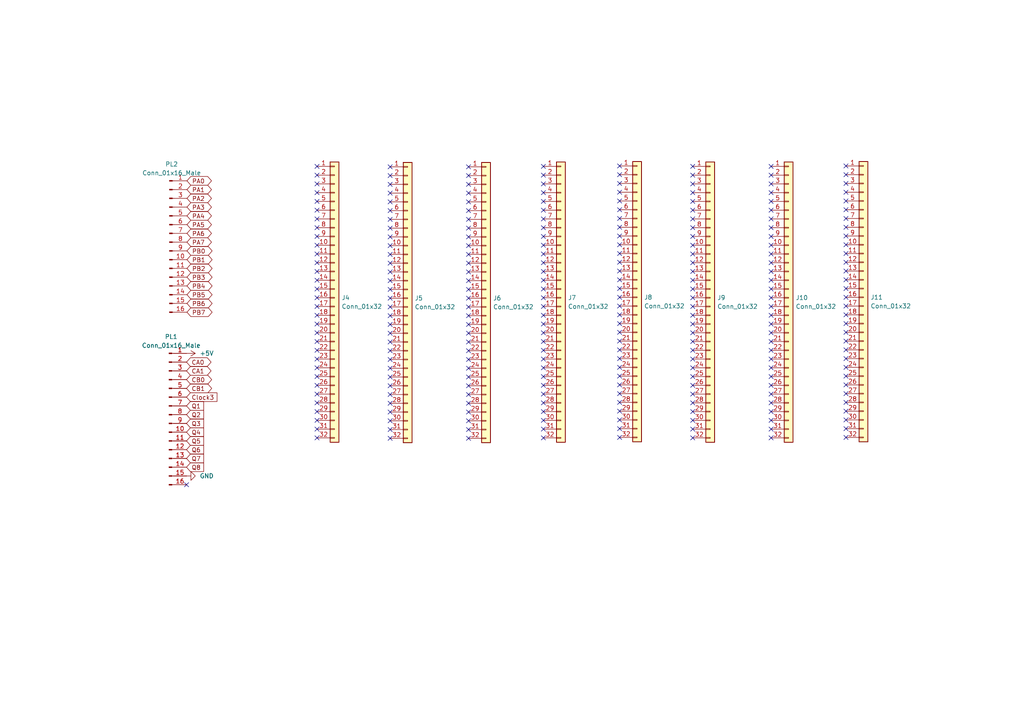
<source format=kicad_sch>
(kicad_sch (version 20211123) (generator eeschema)
  (paper "A4")
  (lib_symbols
    (symbol "Connector:Conn_01x16_Male" (pin_names (offset 1.016) hide)
      (property "Reference" "J" (at 0 20.32 0))
      (property "Value" "Conn_01x16_Male" (at 0 -22.86 0))
      (symbol "Conn_01x16_Male_1_1"
        (polyline (pts (xy 1.27 -20.32) (xy 0.8636 -20.32)) (stroke (width 0.1524)))
        (polyline (pts (xy 1.27 -17.78) (xy 0.8636 -17.78)) (stroke (width 0.1524)))
        (polyline (pts (xy 1.27 -15.24) (xy 0.8636 -15.24)) (stroke (width 0.1524)))
        (polyline (pts (xy 1.27 -12.7) (xy 0.8636 -12.7)) (stroke (width 0.1524)))
        (polyline (pts (xy 1.27 -10.16) (xy 0.8636 -10.16)) (stroke (width 0.1524)))
        (polyline (pts (xy 1.27 -7.62) (xy 0.8636 -7.62)) (stroke (width 0.1524)))
        (polyline (pts (xy 1.27 -5.08) (xy 0.8636 -5.08)) (stroke (width 0.1524)))
        (polyline (pts (xy 1.27 -2.54) (xy 0.8636 -2.54)) (stroke (width 0.1524)))
        (polyline (pts (xy 1.27 0) (xy 0.8636 0)) (stroke (width 0.1524)))
        (polyline (pts (xy 1.27 2.54) (xy 0.8636 2.54)) (stroke (width 0.1524)))
        (polyline (pts (xy 1.27 5.08) (xy 0.8636 5.08)) (stroke (width 0.1524)))
        (polyline (pts (xy 1.27 7.62) (xy 0.8636 7.62)) (stroke (width 0.1524)))
        (polyline (pts (xy 1.27 10.16) (xy 0.8636 10.16)) (stroke (width 0.1524)))
        (polyline (pts (xy 1.27 12.7) (xy 0.8636 12.7)) (stroke (width 0.1524)))
        (polyline (pts (xy 1.27 15.24) (xy 0.8636 15.24)) (stroke (width 0.1524)))
        (polyline (pts (xy 1.27 17.78) (xy 0.8636 17.78)) (stroke (width 0.1524)))
        (rectangle (start 0.8636 -20.193) (end 0 -20.447) (stroke (width 0.1524)) (fill (type outline)))
        (rectangle (start 0.8636 -17.653) (end 0 -17.907) (stroke (width 0.1524)) (fill (type outline)))
        (rectangle (start 0.8636 -15.113) (end 0 -15.367) (stroke (width 0.1524)) (fill (type outline)))
        (rectangle (start 0.8636 -12.573) (end 0 -12.827) (stroke (width 0.1524)) (fill (type outline)))
        (rectangle (start 0.8636 -10.033) (end 0 -10.287) (stroke (width 0.1524)) (fill (type outline)))
        (rectangle (start 0.8636 -7.493) (end 0 -7.747) (stroke (width 0.1524)) (fill (type outline)))
        (rectangle (start 0.8636 -4.953) (end 0 -5.207) (stroke (width 0.1524)) (fill (type outline)))
        (rectangle (start 0.8636 -2.413) (end 0 -2.667) (stroke (width 0.1524)) (fill (type outline)))
        (rectangle (start 0.8636 0.127) (end 0 -0.127) (stroke (width 0.1524)) (fill (type outline)))
        (rectangle (start 0.8636 2.667) (end 0 2.413) (stroke (width 0.1524)) (fill (type outline)))
        (rectangle (start 0.8636 5.207) (end 0 4.953) (stroke (width 0.1524)) (fill (type outline)))
        (rectangle (start 0.8636 7.747) (end 0 7.493) (stroke (width 0.1524)) (fill (type outline)))
        (rectangle (start 0.8636 10.287) (end 0 10.033) (stroke (width 0.1524)) (fill (type outline)))
        (rectangle (start 0.8636 12.827) (end 0 12.573) (stroke (width 0.1524)) (fill (type outline)))
        (rectangle (start 0.8636 15.367) (end 0 15.113) (stroke (width 0.1524)) (fill (type outline)))
        (rectangle (start 0.8636 17.907) (end 0 17.653) (stroke (width 0.1524)) (fill (type outline)))
        (pin passive line (at 5.08 17.78 180) (length 3.81) (name "Pin_1") (number "1"))
        (pin passive line (at 5.08 -5.08 180) (length 3.81) (name "Pin_10") (number "10"))
        (pin passive line (at 5.08 -7.62 180) (length 3.81) (name "Pin_11") (number "11"))
        (pin passive line (at 5.08 -10.16 180) (length 3.81) (name "Pin_12") (number "12"))
        (pin passive line (at 5.08 -12.7 180) (length 3.81) (name "Pin_13") (number "13"))
        (pin passive line (at 5.08 -15.24 180) (length 3.81) (name "Pin_14") (number "14"))
        (pin passive line (at 5.08 -17.78 180) (length 3.81) (name "Pin_15") (number "15"))
        (pin passive line (at 5.08 -20.32 180) (length 3.81) (name "Pin_16") (number "16"))
        (pin passive line (at 5.08 15.24 180) (length 3.81) (name "Pin_2") (number "2"))
        (pin passive line (at 5.08 12.7 180) (length 3.81) (name "Pin_3") (number "3"))
        (pin passive line (at 5.08 10.16 180) (length 3.81) (name "Pin_4") (number "4"))
        (pin passive line (at 5.08 7.62 180) (length 3.81) (name "Pin_5") (number "5"))
        (pin passive line (at 5.08 5.08 180) (length 3.81) (name "Pin_6") (number "6"))
        (pin passive line (at 5.08 2.54 180) (length 3.81) (name "Pin_7") (number "7"))
        (pin passive line (at 5.08 0 180) (length 3.81) (name "Pin_8") (number "8"))
        (pin passive line (at 5.08 -2.54 180) (length 3.81) (name "Pin_9") (number "9"))
      )
    )
    (symbol "Connector_Generic:Conn_01x32" (pin_names (offset 1.016) hide)
      (property "Reference" "J" (at 0 40.64 0))
      (property "Value" "Conn_01x32" (at 0 -43.18 0))
      (symbol "Conn_01x32_1_1"
        (rectangle (start -1.27 -40.513) (end 0 -40.767) (stroke (width 0.1524)))
        (rectangle (start -1.27 -37.973) (end 0 -38.227) (stroke (width 0.1524)))
        (rectangle (start -1.27 -35.433) (end 0 -35.687) (stroke (width 0.1524)))
        (rectangle (start -1.27 -32.893) (end 0 -33.147) (stroke (width 0.1524)))
        (rectangle (start -1.27 -30.353) (end 0 -30.607) (stroke (width 0.1524)))
        (rectangle (start -1.27 -27.813) (end 0 -28.067) (stroke (width 0.1524)))
        (rectangle (start -1.27 -25.273) (end 0 -25.527) (stroke (width 0.1524)))
        (rectangle (start -1.27 -22.733) (end 0 -22.987) (stroke (width 0.1524)))
        (rectangle (start -1.27 -20.193) (end 0 -20.447) (stroke (width 0.1524)))
        (rectangle (start -1.27 -17.653) (end 0 -17.907) (stroke (width 0.1524)))
        (rectangle (start -1.27 -15.113) (end 0 -15.367) (stroke (width 0.1524)))
        (rectangle (start -1.27 -12.573) (end 0 -12.827) (stroke (width 0.1524)))
        (rectangle (start -1.27 -10.033) (end 0 -10.287) (stroke (width 0.1524)))
        (rectangle (start -1.27 -7.493) (end 0 -7.747) (stroke (width 0.1524)))
        (rectangle (start -1.27 -4.953) (end 0 -5.207) (stroke (width 0.1524)))
        (rectangle (start -1.27 -2.413) (end 0 -2.667) (stroke (width 0.1524)))
        (rectangle (start -1.27 0.127) (end 0 -0.127) (stroke (width 0.1524)))
        (rectangle (start -1.27 2.667) (end 0 2.413) (stroke (width 0.1524)))
        (rectangle (start -1.27 5.207) (end 0 4.953) (stroke (width 0.1524)))
        (rectangle (start -1.27 7.747) (end 0 7.493) (stroke (width 0.1524)))
        (rectangle (start -1.27 10.287) (end 0 10.033) (stroke (width 0.1524)))
        (rectangle (start -1.27 12.827) (end 0 12.573) (stroke (width 0.1524)))
        (rectangle (start -1.27 15.367) (end 0 15.113) (stroke (width 0.1524)))
        (rectangle (start -1.27 17.907) (end 0 17.653) (stroke (width 0.1524)))
        (rectangle (start -1.27 20.447) (end 0 20.193) (stroke (width 0.1524)))
        (rectangle (start -1.27 22.987) (end 0 22.733) (stroke (width 0.1524)))
        (rectangle (start -1.27 25.527) (end 0 25.273) (stroke (width 0.1524)))
        (rectangle (start -1.27 28.067) (end 0 27.813) (stroke (width 0.1524)))
        (rectangle (start -1.27 30.607) (end 0 30.353) (stroke (width 0.1524)))
        (rectangle (start -1.27 33.147) (end 0 32.893) (stroke (width 0.1524)))
        (rectangle (start -1.27 35.687) (end 0 35.433) (stroke (width 0.1524)))
        (rectangle (start -1.27 38.227) (end 0 37.973) (stroke (width 0.1524)))
        (rectangle (start -1.27 39.37) (end 1.27 -41.91) (stroke (width 0.254)) (fill (type background)))
        (pin passive line (at -5.08 38.1 0) (length 3.81) (name "Pin_1") (number "1"))
        (pin passive line (at -5.08 15.24 0) (length 3.81) (name "Pin_10") (number "10"))
        (pin passive line (at -5.08 12.7 0) (length 3.81) (name "Pin_11") (number "11"))
        (pin passive line (at -5.08 10.16 0) (length 3.81) (name "Pin_12") (number "12"))
        (pin passive line (at -5.08 7.62 0) (length 3.81) (name "Pin_13") (number "13"))
        (pin passive line (at -5.08 5.08 0) (length 3.81) (name "Pin_14") (number "14"))
        (pin passive line (at -5.08 2.54 0) (length 3.81) (name "Pin_15") (number "15"))
        (pin passive line (at -5.08 0 0) (length 3.81) (name "Pin_16") (number "16"))
        (pin passive line (at -5.08 -2.54 0) (length 3.81) (name "Pin_17") (number "17"))
        (pin passive line (at -5.08 -5.08 0) (length 3.81) (name "Pin_18") (number "18"))
        (pin passive line (at -5.08 -7.62 0) (length 3.81) (name "Pin_19") (number "19"))
        (pin passive line (at -5.08 35.56 0) (length 3.81) (name "Pin_2") (number "2"))
        (pin passive line (at -5.08 -10.16 0) (length 3.81) (name "Pin_20") (number "20"))
        (pin passive line (at -5.08 -12.7 0) (length 3.81) (name "Pin_21") (number "21"))
        (pin passive line (at -5.08 -15.24 0) (length 3.81) (name "Pin_22") (number "22"))
        (pin passive line (at -5.08 -17.78 0) (length 3.81) (name "Pin_23") (number "23"))
        (pin passive line (at -5.08 -20.32 0) (length 3.81) (name "Pin_24") (number "24"))
        (pin passive line (at -5.08 -22.86 0) (length 3.81) (name "Pin_25") (number "25"))
        (pin passive line (at -5.08 -25.4 0) (length 3.81) (name "Pin_26") (number "26"))
        (pin passive line (at -5.08 -27.94 0) (length 3.81) (name "Pin_27") (number "27"))
        (pin passive line (at -5.08 -30.48 0) (length 3.81) (name "Pin_28") (number "28"))
        (pin passive line (at -5.08 -33.02 0) (length 3.81) (name "Pin_29") (number "29"))
        (pin passive line (at -5.08 33.02 0) (length 3.81) (name "Pin_3") (number "3"))
        (pin passive line (at -5.08 -35.56 0) (length 3.81) (name "Pin_30") (number "30"))
        (pin passive line (at -5.08 -38.1 0) (length 3.81) (name "Pin_31") (number "31"))
        (pin passive line (at -5.08 -40.64 0) (length 3.81) (name "Pin_32") (number "32"))
        (pin passive line (at -5.08 30.48 0) (length 3.81) (name "Pin_4") (number "4"))
        (pin passive line (at -5.08 27.94 0) (length 3.81) (name "Pin_5") (number "5"))
        (pin passive line (at -5.08 25.4 0) (length 3.81) (name "Pin_6") (number "6"))
        (pin passive line (at -5.08 22.86 0) (length 3.81) (name "Pin_7") (number "7"))
        (pin passive line (at -5.08 20.32 0) (length 3.81) (name "Pin_8") (number "8"))
        (pin passive line (at -5.08 17.78 0) (length 3.81) (name "Pin_9") (number "9"))
      )
    )
    (symbol "power:+5V" (power) (pin_names (offset 0))
      (property "Value" "+5V" (at 0 3.556 0))
      (symbol "+5V_0_1"
        (polyline (pts (xy -0.762 1.27) (xy 0 2.54)))
        (polyline (pts (xy 0 0) (xy 0 2.54)))
        (polyline (pts (xy 0 2.54) (xy 0.762 1.27)))
      )
      (symbol "+5V_1_1"
        (pin power_in line (at 0 0 90) (length 0) hide (name "+5V") (number "1"))
      )
    )
    (symbol "power:GND" (power) (pin_names (offset 0))
      (property "Value" "GND" (at 0 -3.81 0))
      (symbol "GND_0_1"
        (polyline (pts (xy 0 0) (xy 0 -1.27) (xy 1.27 -1.27) (xy 0 -2.54) (xy -1.27 -1.27) (xy 0 -1.27)))
      )
      (symbol "GND_1_1"
        (pin power_in line (at 0 0 270) (length 0) hide (name "GND") (number "1"))
      )
    )
  )
  (no_connect (at 200.914 99.06))
  (no_connect (at 223.647 88.9))
  (no_connect (at 179.705 119.253))
  (no_connect (at 135.89 89.027))
  (no_connect (at 223.647 78.74))
  (no_connect (at 179.705 126.873))
  (no_connect (at 200.914 119.38))
  (no_connect (at 179.705 48.133))
  (no_connect (at 245.364 114.173))
  (no_connect (at 179.705 96.393))
  (no_connect (at 179.705 91.313))
  (no_connect (at 179.705 124.333))
  (no_connect (at 245.364 104.013))
  (no_connect (at 113.157 96.647))
  (no_connect (at 245.364 121.793))
  (no_connect (at 91.948 73.66))
  (no_connect (at 135.89 86.487))
  (no_connect (at 200.914 104.14))
  (no_connect (at 91.948 68.58))
  (no_connect (at 135.89 91.567))
  (no_connect (at 223.647 119.38))
  (no_connect (at 113.157 58.547))
  (no_connect (at 157.607 63.5))
  (no_connect (at 245.364 86.233))
  (no_connect (at 200.914 66.04))
  (no_connect (at 113.157 78.867))
  (no_connect (at 223.647 60.96))
  (no_connect (at 245.364 58.293))
  (no_connect (at 135.89 61.087))
  (no_connect (at 157.607 116.84))
  (no_connect (at 245.364 106.553))
  (no_connect (at 245.364 88.773))
  (no_connect (at 200.914 101.6))
  (no_connect (at 113.157 66.167))
  (no_connect (at 113.157 50.927))
  (no_connect (at 157.607 86.36))
  (no_connect (at 245.364 91.313))
  (no_connect (at 223.647 121.92))
  (no_connect (at 157.607 119.38))
  (no_connect (at 135.89 99.187))
  (no_connect (at 179.705 58.293))
  (no_connect (at 135.89 106.807))
  (no_connect (at 223.647 111.76))
  (no_connect (at 179.705 111.633))
  (no_connect (at 113.157 53.467))
  (no_connect (at 200.914 68.58))
  (no_connect (at 113.157 124.587))
  (no_connect (at 113.157 83.947))
  (no_connect (at 113.157 68.707))
  (no_connect (at 113.157 91.567))
  (no_connect (at 113.157 86.487))
  (no_connect (at 113.157 119.507))
  (no_connect (at 179.705 68.453))
  (no_connect (at 91.948 124.46))
  (no_connect (at 135.89 127.127))
  (no_connect (at 157.607 106.68))
  (no_connect (at 157.607 96.52))
  (no_connect (at 91.948 55.88))
  (no_connect (at 91.948 53.34))
  (no_connect (at 157.607 83.82))
  (no_connect (at 157.607 66.04))
  (no_connect (at 223.647 101.6))
  (no_connect (at 200.914 116.84))
  (no_connect (at 157.607 99.06))
  (no_connect (at 200.914 109.22))
  (no_connect (at 245.364 68.453))
  (no_connect (at 179.705 101.473))
  (no_connect (at 91.948 76.2))
  (no_connect (at 179.705 76.073))
  (no_connect (at 113.157 99.187))
  (no_connect (at 113.157 71.247))
  (no_connect (at 245.364 124.333))
  (no_connect (at 200.914 50.8))
  (no_connect (at 245.364 76.073))
  (no_connect (at 54.102 140.589))
  (no_connect (at 223.647 71.12))
  (no_connect (at 113.157 104.267))
  (no_connect (at 245.364 116.713))
  (no_connect (at 245.364 83.693))
  (no_connect (at 135.89 119.507))
  (no_connect (at 179.705 93.853))
  (no_connect (at 245.364 93.853))
  (no_connect (at 179.705 114.173))
  (no_connect (at 200.914 73.66))
  (no_connect (at 135.89 81.407))
  (no_connect (at 245.364 101.473))
  (no_connect (at 179.705 50.673))
  (no_connect (at 113.157 56.007))
  (no_connect (at 135.89 71.247))
  (no_connect (at 200.914 91.44))
  (no_connect (at 135.89 73.787))
  (no_connect (at 200.914 93.98))
  (no_connect (at 135.89 104.267))
  (no_connect (at 223.647 93.98))
  (no_connect (at 113.157 111.887))
  (no_connect (at 200.914 58.42))
  (no_connect (at 91.948 104.14))
  (no_connect (at 157.607 93.98))
  (no_connect (at 91.948 48.26))
  (no_connect (at 179.705 73.533))
  (no_connect (at 135.89 96.647))
  (no_connect (at 157.607 104.14))
  (no_connect (at 157.607 68.58))
  (no_connect (at 157.607 58.42))
  (no_connect (at 245.364 55.753))
  (no_connect (at 179.705 98.933))
  (no_connect (at 157.607 78.74))
  (no_connect (at 223.647 116.84))
  (no_connect (at 223.647 91.44))
  (no_connect (at 179.705 121.793))
  (no_connect (at 200.914 78.74))
  (no_connect (at 200.914 106.68))
  (no_connect (at 245.364 81.153))
  (no_connect (at 200.914 60.96))
  (no_connect (at 157.607 71.12))
  (no_connect (at 179.705 83.693))
  (no_connect (at 91.948 106.68))
  (no_connect (at 223.647 109.22))
  (no_connect (at 91.948 81.28))
  (no_connect (at 179.705 116.713))
  (no_connect (at 135.89 78.867))
  (no_connect (at 223.647 66.04))
  (no_connect (at 135.89 58.547))
  (no_connect (at 223.647 63.5))
  (no_connect (at 157.607 76.2))
  (no_connect (at 245.364 60.833))
  (no_connect (at 200.914 48.26))
  (no_connect (at 135.89 94.107))
  (no_connect (at 91.948 66.04))
  (no_connect (at 245.364 73.533))
  (no_connect (at 223.647 58.42))
  (no_connect (at 135.89 114.427))
  (no_connect (at 135.89 53.467))
  (no_connect (at 245.364 65.913))
  (no_connect (at 200.914 71.12))
  (no_connect (at 91.948 114.3))
  (no_connect (at 200.914 76.2))
  (no_connect (at 245.364 78.613))
  (no_connect (at 245.364 109.093))
  (no_connect (at 135.89 101.727))
  (no_connect (at 135.89 109.347))
  (no_connect (at 200.914 96.52))
  (no_connect (at 135.89 68.707))
  (no_connect (at 113.157 76.327))
  (no_connect (at 91.948 109.22))
  (no_connect (at 179.705 53.213))
  (no_connect (at 135.89 50.927))
  (no_connect (at 179.705 81.153))
  (no_connect (at 179.705 106.553))
  (no_connect (at 91.948 78.74))
  (no_connect (at 200.914 55.88))
  (no_connect (at 179.705 55.753))
  (no_connect (at 179.705 78.613))
  (no_connect (at 91.948 86.36))
  (no_connect (at 157.607 114.3))
  (no_connect (at 157.607 124.46))
  (no_connect (at 91.948 116.84))
  (no_connect (at 91.948 127))
  (no_connect (at 223.647 86.36))
  (no_connect (at 135.89 83.947))
  (no_connect (at 200.914 127))
  (no_connect (at 113.157 101.727))
  (no_connect (at 135.89 122.047))
  (no_connect (at 91.948 83.82))
  (no_connect (at 223.647 73.66))
  (no_connect (at 91.948 63.5))
  (no_connect (at 135.89 66.167))
  (no_connect (at 113.157 106.807))
  (no_connect (at 157.607 127))
  (no_connect (at 135.89 111.887))
  (no_connect (at 200.914 121.92))
  (no_connect (at 91.948 119.38))
  (no_connect (at 179.705 60.833))
  (no_connect (at 223.647 50.8))
  (no_connect (at 91.948 101.6))
  (no_connect (at 157.607 73.66))
  (no_connect (at 245.364 70.993))
  (no_connect (at 91.948 111.76))
  (no_connect (at 245.364 50.673))
  (no_connect (at 245.364 48.133))
  (no_connect (at 179.705 63.373))
  (no_connect (at 157.607 91.44))
  (no_connect (at 223.647 68.58))
  (no_connect (at 91.948 71.12))
  (no_connect (at 157.607 53.34))
  (no_connect (at 223.647 106.68))
  (no_connect (at 113.157 61.087))
  (no_connect (at 157.607 81.28))
  (no_connect (at 157.607 101.6))
  (no_connect (at 245.364 119.253))
  (no_connect (at 113.157 63.627))
  (no_connect (at 113.157 73.787))
  (no_connect (at 91.948 91.44))
  (no_connect (at 223.647 81.28))
  (no_connect (at 91.948 96.52))
  (no_connect (at 113.157 122.047))
  (no_connect (at 113.157 48.387))
  (no_connect (at 179.705 86.233))
  (no_connect (at 135.89 116.967))
  (no_connect (at 157.607 109.22))
  (no_connect (at 245.364 126.873))
  (no_connect (at 179.705 104.013))
  (no_connect (at 223.647 99.06))
  (no_connect (at 223.647 53.34))
  (no_connect (at 200.914 81.28))
  (no_connect (at 157.607 50.8))
  (no_connect (at 135.89 48.387))
  (no_connect (at 157.607 48.26))
  (no_connect (at 91.948 93.98))
  (no_connect (at 91.948 99.06))
  (no_connect (at 157.607 88.9))
  (no_connect (at 223.647 96.52))
  (no_connect (at 91.948 60.96))
  (no_connect (at 113.157 127.127))
  (no_connect (at 91.948 121.92))
  (no_connect (at 113.157 109.347))
  (no_connect (at 157.607 55.88))
  (no_connect (at 135.89 63.627))
  (no_connect (at 179.705 65.913))
  (no_connect (at 200.914 111.76))
  (no_connect (at 179.705 88.773))
  (no_connect (at 113.157 114.427))
  (no_connect (at 245.364 96.393))
  (no_connect (at 223.647 127))
  (no_connect (at 223.647 104.14))
  (no_connect (at 200.914 88.9))
  (no_connect (at 91.948 88.9))
  (no_connect (at 179.705 109.093))
  (no_connect (at 200.914 114.3))
  (no_connect (at 113.157 81.407))
  (no_connect (at 200.914 86.36))
  (no_connect (at 223.647 83.82))
  (no_connect (at 200.914 63.5))
  (no_connect (at 179.705 70.993))
  (no_connect (at 223.647 114.3))
  (no_connect (at 245.364 63.373))
  (no_connect (at 157.607 60.96))
  (no_connect (at 200.914 83.82))
  (no_connect (at 200.914 53.34))
  (no_connect (at 135.89 76.327))
  (no_connect (at 113.157 89.027))
  (no_connect (at 223.647 76.2))
  (no_connect (at 135.89 56.007))
  (no_connect (at 223.647 48.26))
  (no_connect (at 113.157 94.107))
  (no_connect (at 91.948 50.8))
  (no_connect (at 223.647 124.46))
  (no_connect (at 157.607 121.92))
  (no_connect (at 245.364 53.213))
  (no_connect (at 113.157 116.967))
  (no_connect (at 200.914 124.46))
  (no_connect (at 157.607 111.76))
  (no_connect (at 245.364 111.633))
  (no_connect (at 245.364 98.933))
  (no_connect (at 135.89 124.587))
  (no_connect (at 91.948 58.42))
  (no_connect (at 223.647 55.88))
  (global_label "PB4" (shape bidirectional) (at 54.229 82.931 0) (property "Intersheet References" "${INTERSHEET_REFS}" (effects hide)))
  (global_label "PA6" (shape bidirectional) (at 54.229 67.691 0) (property "Intersheet References" "${INTERSHEET_REFS}" (effects hide)))
  (global_label "PB1" (shape bidirectional) (at 54.229 75.311 0) (property "Intersheet References" "${INTERSHEET_REFS}" (effects hide)))
  (global_label "PA0" (shape bidirectional) (at 54.229 52.451 0) (property "Intersheet References" "${INTERSHEET_REFS}" (effects hide)))
  (global_label "PB2" (shape bidirectional) (at 54.229 77.851 0) (property "Intersheet References" "${INTERSHEET_REFS}" (effects hide)))
  (global_label "Clock3" (shape input) (at 54.102 115.189 0) (property "Intersheet References" "${INTERSHEET_REFS}" (effects hide)))
  (global_label "PB5" (shape bidirectional) (at 54.229 85.471 0) (property "Intersheet References" "${INTERSHEET_REFS}" (effects hide)))
  (global_label "Q6" (shape input) (at 54.102 130.429 0) (property "Intersheet References" "${INTERSHEET_REFS}" (effects hide)))
  (global_label "CA0" (shape bidirectional) (at 54.102 105.029 0) (property "Intersheet References" "${INTERSHEET_REFS}" (effects hide)))
  (global_label "PB6" (shape bidirectional) (at 54.229 88.011 0) (property "Intersheet References" "${INTERSHEET_REFS}" (effects hide)))
  (global_label "Q4" (shape input) (at 54.102 125.349 0) (property "Intersheet References" "${INTERSHEET_REFS}" (effects hide)))
  (global_label "Q3" (shape input) (at 54.102 122.809 0) (property "Intersheet References" "${INTERSHEET_REFS}" (effects hide)))
  (global_label "PA2" (shape bidirectional) (at 54.229 57.531 0) (property "Intersheet References" "${INTERSHEET_REFS}" (effects hide)))
  (global_label "CB1" (shape bidirectional) (at 54.102 112.649 0) (property "Intersheet References" "${INTERSHEET_REFS}" (effects hide)))
  (global_label "PB0" (shape bidirectional) (at 54.229 72.771 0) (property "Intersheet References" "${INTERSHEET_REFS}" (effects hide)))
  (global_label "PA3" (shape bidirectional) (at 54.229 60.071 0) (property "Intersheet References" "${INTERSHEET_REFS}" (effects hide)))
  (global_label "PA4" (shape bidirectional) (at 54.229 62.611 0) (property "Intersheet References" "${INTERSHEET_REFS}" (effects hide)))
  (global_label "PB3" (shape bidirectional) (at 54.229 80.391 0) (property "Intersheet References" "${INTERSHEET_REFS}" (effects hide)))
  (global_label "PA1" (shape bidirectional) (at 54.229 54.991 0) (property "Intersheet References" "${INTERSHEET_REFS}" (effects hide)))
  (global_label "PA5" (shape bidirectional) (at 54.229 65.151 0) (property "Intersheet References" "${INTERSHEET_REFS}" (effects hide)))
  (global_label "PB7" (shape bidirectional) (at 54.229 90.551 0) (property "Intersheet References" "${INTERSHEET_REFS}" (effects hide)))
  (global_label "Q8" (shape input) (at 54.102 135.509 0) (property "Intersheet References" "${INTERSHEET_REFS}" (effects hide)))
  (global_label "Q1" (shape input) (at 54.102 117.729 0) (property "Intersheet References" "${INTERSHEET_REFS}" (effects hide)))
  (global_label "CB0" (shape bidirectional) (at 54.102 110.109 0) (property "Intersheet References" "${INTERSHEET_REFS}" (effects hide)))
  (global_label "Q2" (shape input) (at 54.102 120.269 0) (property "Intersheet References" "${INTERSHEET_REFS}" (effects hide)))
  (global_label "Q5" (shape input) (at 54.102 127.889 0) (property "Intersheet References" "${INTERSHEET_REFS}" (effects hide)))
  (global_label "CA1" (shape bidirectional) (at 54.102 107.569 0) (property "Intersheet References" "${INTERSHEET_REFS}" (effects hide)))
  (global_label "PA7" (shape bidirectional) (at 54.229 70.231 0) (property "Intersheet References" "${INTERSHEET_REFS}" (effects hide)))
  (global_label "Q7" (shape input) (at 54.102 132.969 0) (property "Intersheet References" "${INTERSHEET_REFS}" (effects hide)))
  (symbol (lib_id "Connector_Generic:Conn_01x32") (at 184.785 86.233 0) (unit 1) (in_bom no)
    (property "Reference" "J8" (at 186.817 86.2329 0) (effects (justify left)))
    (property "Value" "Conn_01x32" (at 186.817 88.7729 0) (effects (justify left)))
    (property "Footprint" "Connector_PinHeader_2.54mm:PinHeader_1x32_P2.54mm_Vertical" (effects hide))
  )
  (symbol (lib_id "Connector_Generic:Conn_01x32") (at 118.237 86.487 0) (unit 1) (in_bom no)
    (property "Reference" "J5" (at 120.269 86.4869 0) (effects (justify left)))
    (property "Value" "Conn_01x32" (at 120.269 89.0269 0) (effects (justify left)))
    (property "Footprint" "Connector_PinHeader_2.54mm:PinHeader_1x32_P2.54mm_Vertical" (effects hide))
  )
  (symbol (lib_id "power:+5V") (at 54.102 102.489 270) (unit 1)
    (property "Reference" "#PWR021" (effects hide))
    (property "Value" "+5V" (at 57.912 102.4889 90) (effects (justify left)))
  )
  (symbol (lib_id "Connector_Generic:Conn_01x32") (at 228.727 86.36 0) (unit 1) (in_bom no)
    (property "Reference" "J10" (at 230.759 86.3599 0) (effects (justify left)))
    (property "Value" "Conn_01x32" (at 230.759 88.8999 0) (effects (justify left)))
    (property "Footprint" "Connector_PinHeader_2.54mm:PinHeader_1x32_P2.54mm_Vertical" (effects hide))
  )
  (symbol (lib_id "power:GND") (at 54.102 138.049 90) (unit 1)
    (property "Reference" "#PWR022" (effects hide))
    (property "Value" "GND" (at 57.912 138.0489 90) (effects (justify right)))
  )
  (symbol (lib_id "Connector:Conn_01x16_Male") (at 49.022 120.269 0) (unit 1)
    (property "Reference" "PL1" (at 49.657 97.663 0))
    (property "Value" "Conn_01x16_Male" (at 49.657 100.203 0))
    (property "Footprint" "Connector_PinHeader_2.54mm:PinHeader_1x16_P2.54mm_Vertical" (effects hide))
  )
  (symbol (lib_id "Connector_Generic:Conn_01x32") (at 162.687 86.36 0) (unit 1) (in_bom no)
    (property "Reference" "J7" (at 164.719 86.3599 0) (effects (justify left)))
    (property "Value" "Conn_01x32" (at 164.719 88.8999 0) (effects (justify left)))
    (property "Footprint" "Connector_PinHeader_2.54mm:PinHeader_1x32_P2.54mm_Vertical" (effects hide))
  )
  (symbol (lib_id "Connector_Generic:Conn_01x32") (at 97.028 86.36 0) (unit 1) (in_bom no)
    (property "Reference" "J4" (at 99.06 86.3599 0) (effects (justify left)))
    (property "Value" "Conn_01x32" (at 99.06 88.8999 0) (effects (justify left)))
    (property "Footprint" "Connector_PinHeader_2.54mm:PinHeader_1x32_P2.54mm_Vertical" (effects hide))
  )
  (symbol (lib_id "Connector_Generic:Conn_01x32") (at 250.444 86.233 0) (unit 1) (in_bom no)
    (property "Reference" "J11" (at 252.476 86.2329 0) (effects (justify left)))
    (property "Value" "Conn_01x32" (at 252.476 88.7729 0) (effects (justify left)))
    (property "Footprint" "Connector_PinHeader_2.54mm:PinHeader_1x32_P2.54mm_Vertical" (effects hide))
  )
  (symbol (lib_id "Connector:Conn_01x16_Male") (at 49.149 70.231 0) (unit 1)
    (property "Reference" "PL2" (at 49.784 47.625 0))
    (property "Value" "Conn_01x16_Male" (at 49.784 50.165 0))
    (property "Footprint" "Connector_PinHeader_2.54mm:PinHeader_1x16_P2.54mm_Vertical" (effects hide))
  )
  (symbol (lib_id "Connector_Generic:Conn_01x32") (at 205.994 86.36 0) (unit 1) (in_bom no)
    (property "Reference" "J9" (at 208.026 86.3599 0) (effects (justify left)))
    (property "Value" "Conn_01x32" (at 208.026 88.8999 0) (effects (justify left)))
    (property "Footprint" "Connector_PinHeader_2.54mm:PinHeader_1x32_P2.54mm_Vertical" (effects hide))
  )
  (symbol (lib_id "Connector_Generic:Conn_01x32") (at 140.97 86.487 0) (unit 1) (in_bom no)
    (property "Reference" "J6" (at 143.002 86.4869 0) (effects (justify left)))
    (property "Value" "Conn_01x32" (at 143.002 89.0269 0) (effects (justify left)))
    (property "Footprint" "Connector_PinHeader_2.54mm:PinHeader_1x32_P2.54mm_Vertical" (effects hide))
  )
)
</source>
